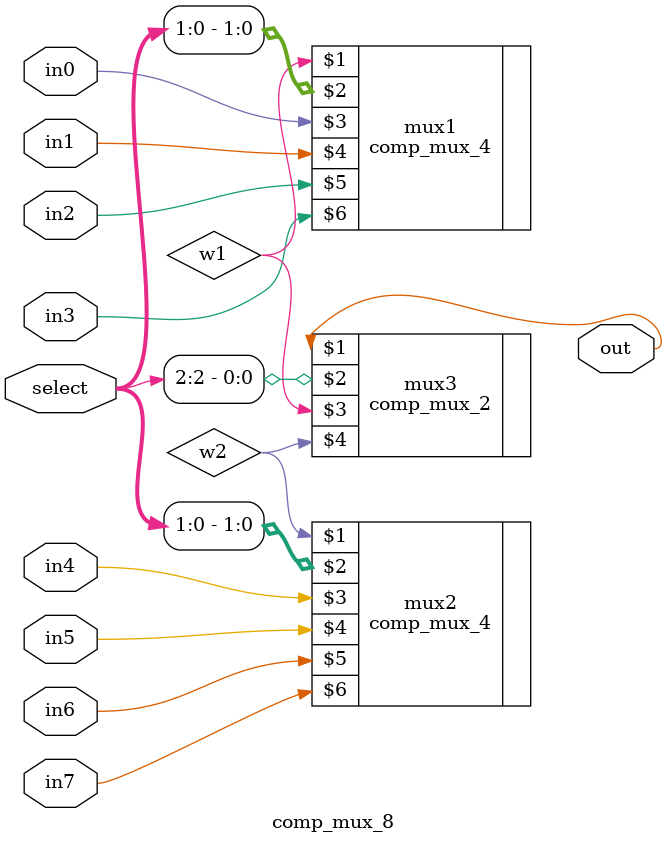
<source format=v>
module comp_mux_8(out, select, in0, in1, in2, in3, in4, in5, in6, in7);
  input [2:0] select;
  input in0, in1, in2, in3, in4, in5, in6, in7;
  output out;
  wire w1, w2;
  comp_mux_4 mux1(w1, select[1:0], in0, in1, in2, in3);
  comp_mux_4 mux2(w2, select[1:0], in4, in5, in6, in7);
  comp_mux_2 mux3(out, select[2], w1, w2);
endmodule
</source>
